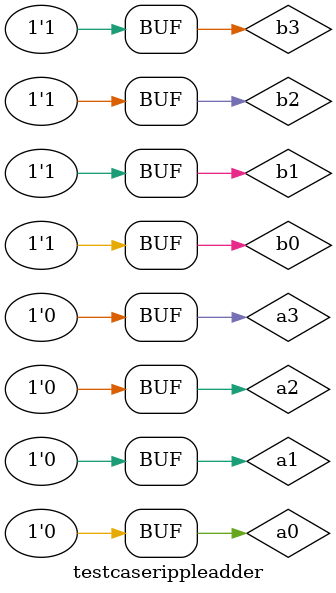
<source format=v>
module testcaserippleadder;

 reg a0,b0;
 reg a1,b1;
 reg a2,b2;
 reg a3,b3;

 reg cint;

 wire s0t;
 wire s1t;
 wire s2t;
 wire s3t;
 wire coutt;

rippleadder rl(
               .a0(a0),.b0(b0),
				   .a1(a1),.b1(b1),
				   .a2(a2),.b2(b2),
				   .a3(a3),.b3(b3),
				   .cin0(cint),.cout(coutt),
				   .s0(s0t),.s1(s1t),
				   .s2(s2t),.s3(s3t)
				  );
				  
				    initial
				     begin

                 a0=0; b0=1; a1=0; b1=1; a2=0; b2=0; a3=0; b3=0; 
                  #10
				 
				     a0=0; b0=1; a1=0; b1=1; a2=0; b2=0; a3=0; b3=1; 
                  #10
				 
				     a0=0; b0=1; a1=0; b1=1; a2=0; b2=0; a3=1; b3=0; 
                  #10
				 
				     a0=0; b0=1; a1=0; b1=1; a2=0; b2=0; a3=1; b3=1; 
                  #10
				 
				     a0=0; b0=1; a1=0; b1=1; a2=0; b2=1; a3=0; b3=0; 
                  #10
				 
				     a0=0; b0=1; a1=0; b1=1; a2=0; b2=1; a3=0; b3=1;

				 
                  end
                  endmodule
</source>
